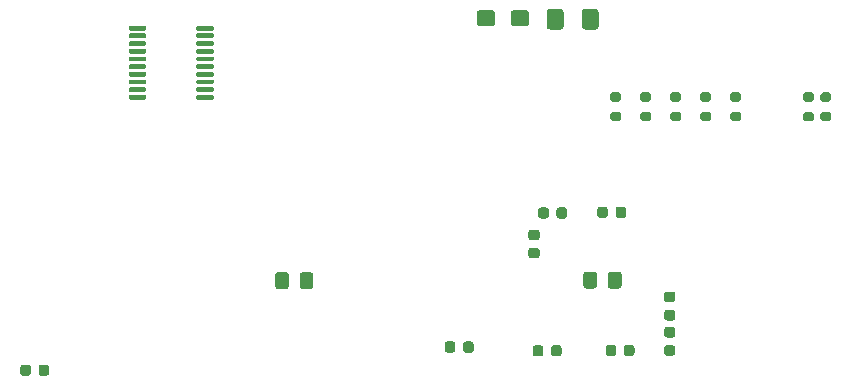
<source format=gbp>
G04 #@! TF.GenerationSoftware,KiCad,Pcbnew,9.0.1+1*
G04 #@! TF.CreationDate,2025-12-04T05:02:15+00:00*
G04 #@! TF.ProjectId,RIDE,52494445-2e6b-4696-9361-645f70636258,rev?*
G04 #@! TF.SameCoordinates,Original*
G04 #@! TF.FileFunction,Paste,Bot*
G04 #@! TF.FilePolarity,Positive*
%FSLAX46Y46*%
G04 Gerber Fmt 4.6, Leading zero omitted, Abs format (unit mm)*
G04 Created by KiCad (PCBNEW 9.0.1+1) date 2025-12-04 05:02:15*
%MOMM*%
%LPD*%
G01*
G04 APERTURE LIST*
G04 APERTURE END LIST*
G36*
G01*
X63771405Y29337800D02*
X64321405Y29337800D01*
G75*
G02*
X64521405Y29137800I0J-200000D01*
G01*
X64521405Y28737800D01*
G75*
G02*
X64321405Y28537800I-200000J0D01*
G01*
X63771405Y28537800D01*
G75*
G02*
X63571405Y28737800I0J200000D01*
G01*
X63571405Y29137800D01*
G75*
G02*
X63771405Y29337800I200000J0D01*
G01*
G37*
G36*
G01*
X63771405Y27687800D02*
X64321405Y27687800D01*
G75*
G02*
X64521405Y27487800I0J-200000D01*
G01*
X64521405Y27087800D01*
G75*
G02*
X64321405Y26887800I-200000J0D01*
G01*
X63771405Y26887800D01*
G75*
G02*
X63571405Y27087800I0J200000D01*
G01*
X63571405Y27487800D01*
G75*
G02*
X63771405Y27687800I200000J0D01*
G01*
G37*
G36*
G01*
X6014000Y5566600D02*
X6014000Y6066600D01*
G75*
G02*
X6239000Y6291600I225000J0D01*
G01*
X6689000Y6291600D01*
G75*
G02*
X6914000Y6066600I0J-225000D01*
G01*
X6914000Y5566600D01*
G75*
G02*
X6689000Y5341600I-225000J0D01*
G01*
X6239000Y5341600D01*
G75*
G02*
X6014000Y5566600I0J225000D01*
G01*
G37*
G36*
G01*
X7564000Y5566600D02*
X7564000Y6066600D01*
G75*
G02*
X7789000Y6291600I225000J0D01*
G01*
X8239000Y6291600D01*
G75*
G02*
X8464000Y6066600I0J-225000D01*
G01*
X8464000Y5566600D01*
G75*
G02*
X8239000Y5341600I-225000J0D01*
G01*
X7789000Y5341600D01*
G75*
G02*
X7564000Y5566600I0J225000D01*
G01*
G37*
G36*
G01*
X44405000Y8022400D02*
X44405000Y7522400D01*
G75*
G02*
X44180000Y7297400I-225000J0D01*
G01*
X43730000Y7297400D01*
G75*
G02*
X43505000Y7522400I0J225000D01*
G01*
X43505000Y8022400D01*
G75*
G02*
X43730000Y8247400I225000J0D01*
G01*
X44180000Y8247400D01*
G75*
G02*
X44405000Y8022400I0J-225000D01*
G01*
G37*
G36*
G01*
X42855000Y8022400D02*
X42855000Y7522400D01*
G75*
G02*
X42630000Y7297400I-225000J0D01*
G01*
X42180000Y7297400D01*
G75*
G02*
X41955000Y7522400I0J225000D01*
G01*
X41955000Y8022400D01*
G75*
G02*
X42180000Y8247400I225000J0D01*
G01*
X42630000Y8247400D01*
G75*
G02*
X42855000Y8022400I0J-225000D01*
G01*
G37*
G36*
G01*
X49395398Y7211203D02*
X49395398Y7711203D01*
G75*
G02*
X49620398Y7936203I225000J0D01*
G01*
X50070398Y7936203D01*
G75*
G02*
X50295398Y7711203I0J-225000D01*
G01*
X50295398Y7211203D01*
G75*
G02*
X50070398Y6986203I-225000J0D01*
G01*
X49620398Y6986203D01*
G75*
G02*
X49395398Y7211203I0J225000D01*
G01*
G37*
G36*
G01*
X50945398Y7211203D02*
X50945398Y7711203D01*
G75*
G02*
X51170398Y7936203I225000J0D01*
G01*
X51620398Y7936203D01*
G75*
G02*
X51845398Y7711203I0J-225000D01*
G01*
X51845398Y7211203D01*
G75*
G02*
X51620398Y6986203I-225000J0D01*
G01*
X51170398Y6986203D01*
G75*
G02*
X50945398Y7211203I0J225000D01*
G01*
G37*
G36*
G01*
X58691405Y29337800D02*
X59241405Y29337800D01*
G75*
G02*
X59441405Y29137800I0J-200000D01*
G01*
X59441405Y28737800D01*
G75*
G02*
X59241405Y28537800I-200000J0D01*
G01*
X58691405Y28537800D01*
G75*
G02*
X58491405Y28737800I0J200000D01*
G01*
X58491405Y29137800D01*
G75*
G02*
X58691405Y29337800I200000J0D01*
G01*
G37*
G36*
G01*
X58691405Y27687800D02*
X59241405Y27687800D01*
G75*
G02*
X59441405Y27487800I0J-200000D01*
G01*
X59441405Y27087800D01*
G75*
G02*
X59241405Y26887800I-200000J0D01*
G01*
X58691405Y26887800D01*
G75*
G02*
X58491405Y27087800I0J200000D01*
G01*
X58491405Y27487800D01*
G75*
G02*
X58691405Y27687800I200000J0D01*
G01*
G37*
G36*
G01*
X49096300Y36035800D02*
X49096300Y35185800D01*
G75*
G02*
X48846300Y34935800I-250000J0D01*
G01*
X47771300Y34935800D01*
G75*
G02*
X47521300Y35185800I0J250000D01*
G01*
X47521300Y36035800D01*
G75*
G02*
X47771300Y36285800I250000J0D01*
G01*
X48846300Y36285800D01*
G75*
G02*
X49096300Y36035800I0J-250000D01*
G01*
G37*
G36*
G01*
X46221300Y36035800D02*
X46221300Y35185800D01*
G75*
G02*
X45971300Y34935800I-250000J0D01*
G01*
X44896300Y34935800D01*
G75*
G02*
X44646300Y35185800I0J250000D01*
G01*
X44646300Y36035800D01*
G75*
G02*
X44896300Y36285800I250000J0D01*
G01*
X45971300Y36285800D01*
G75*
G02*
X46221300Y36035800I0J-250000D01*
G01*
G37*
G36*
G01*
X27583004Y12921503D02*
X27583004Y13871503D01*
G75*
G02*
X27833004Y14121503I250000J0D01*
G01*
X28508004Y14121503D01*
G75*
G02*
X28758004Y13871503I0J-250000D01*
G01*
X28758004Y12921503D01*
G75*
G02*
X28508004Y12671503I-250000J0D01*
G01*
X27833004Y12671503D01*
G75*
G02*
X27583004Y12921503I0J250000D01*
G01*
G37*
G36*
G01*
X29658004Y12921503D02*
X29658004Y13871503D01*
G75*
G02*
X29908004Y14121503I250000J0D01*
G01*
X30583004Y14121503D01*
G75*
G02*
X30833004Y13871503I0J-250000D01*
G01*
X30833004Y12921503D01*
G75*
G02*
X30583004Y12671503I-250000J0D01*
G01*
X29908004Y12671503D01*
G75*
G02*
X29658004Y12921503I0J250000D01*
G01*
G37*
G36*
G01*
X54861998Y18929403D02*
X54861998Y19429403D01*
G75*
G02*
X55086998Y19654403I225000J0D01*
G01*
X55536998Y19654403D01*
G75*
G02*
X55761998Y19429403I0J-225000D01*
G01*
X55761998Y18929403D01*
G75*
G02*
X55536998Y18704403I-225000J0D01*
G01*
X55086998Y18704403D01*
G75*
G02*
X54861998Y18929403I0J225000D01*
G01*
G37*
G36*
G01*
X56411998Y18929403D02*
X56411998Y19429403D01*
G75*
G02*
X56636998Y19654403I225000J0D01*
G01*
X57086998Y19654403D01*
G75*
G02*
X57311998Y19429403I0J-225000D01*
G01*
X57311998Y18929403D01*
G75*
G02*
X57086998Y18704403I-225000J0D01*
G01*
X56636998Y18704403D01*
G75*
G02*
X56411998Y18929403I0J225000D01*
G01*
G37*
G36*
G01*
X56151405Y29337800D02*
X56701405Y29337800D01*
G75*
G02*
X56901405Y29137800I0J-200000D01*
G01*
X56901405Y28737800D01*
G75*
G02*
X56701405Y28537800I-200000J0D01*
G01*
X56151405Y28537800D01*
G75*
G02*
X55951405Y28737800I0J200000D01*
G01*
X55951405Y29137800D01*
G75*
G02*
X56151405Y29337800I200000J0D01*
G01*
G37*
G36*
G01*
X56151405Y27687800D02*
X56701405Y27687800D01*
G75*
G02*
X56901405Y27487800I0J-200000D01*
G01*
X56901405Y27087800D01*
G75*
G02*
X56701405Y26887800I-200000J0D01*
G01*
X56151405Y26887800D01*
G75*
G02*
X55951405Y27087800I0J200000D01*
G01*
X55951405Y27487800D01*
G75*
G02*
X56151405Y27687800I200000J0D01*
G01*
G37*
G36*
G01*
X61246010Y10018810D02*
X60746010Y10018810D01*
G75*
G02*
X60521010Y10243810I0J225000D01*
G01*
X60521010Y10693810D01*
G75*
G02*
X60746010Y10918810I225000J0D01*
G01*
X61246010Y10918810D01*
G75*
G02*
X61471010Y10693810I0J-225000D01*
G01*
X61471010Y10243810D01*
G75*
G02*
X61246010Y10018810I-225000J0D01*
G01*
G37*
G36*
G01*
X61246010Y11568810D02*
X60746010Y11568810D01*
G75*
G02*
X60521010Y11793810I0J225000D01*
G01*
X60521010Y12243810D01*
G75*
G02*
X60746010Y12468810I225000J0D01*
G01*
X61246010Y12468810D01*
G75*
G02*
X61471010Y12243810I0J-225000D01*
G01*
X61471010Y11793810D01*
G75*
G02*
X61246010Y11568810I-225000J0D01*
G01*
G37*
G36*
G01*
X73943800Y29337800D02*
X74493800Y29337800D01*
G75*
G02*
X74693800Y29137800I0J-200000D01*
G01*
X74693800Y28737800D01*
G75*
G02*
X74493800Y28537800I-200000J0D01*
G01*
X73943800Y28537800D01*
G75*
G02*
X73743800Y28737800I0J200000D01*
G01*
X73743800Y29137800D01*
G75*
G02*
X73943800Y29337800I200000J0D01*
G01*
G37*
G36*
G01*
X73943800Y27687800D02*
X74493800Y27687800D01*
G75*
G02*
X74693800Y27487800I0J-200000D01*
G01*
X74693800Y27087800D01*
G75*
G02*
X74493800Y26887800I-200000J0D01*
G01*
X73943800Y26887800D01*
G75*
G02*
X73743800Y27087800I0J200000D01*
G01*
X73743800Y27487800D01*
G75*
G02*
X73943800Y27687800I200000J0D01*
G01*
G37*
G36*
G01*
X61231405Y29337800D02*
X61781405Y29337800D01*
G75*
G02*
X61981405Y29137800I0J-200000D01*
G01*
X61981405Y28737800D01*
G75*
G02*
X61781405Y28537800I-200000J0D01*
G01*
X61231405Y28537800D01*
G75*
G02*
X61031405Y28737800I0J200000D01*
G01*
X61031405Y29137800D01*
G75*
G02*
X61231405Y29337800I200000J0D01*
G01*
G37*
G36*
G01*
X61231405Y27687800D02*
X61781405Y27687800D01*
G75*
G02*
X61981405Y27487800I0J-200000D01*
G01*
X61981405Y27087800D01*
G75*
G02*
X61781405Y26887800I-200000J0D01*
G01*
X61231405Y26887800D01*
G75*
G02*
X61031405Y27087800I0J200000D01*
G01*
X61031405Y27487800D01*
G75*
G02*
X61231405Y27687800I200000J0D01*
G01*
G37*
G36*
G01*
X54981200Y36159599D02*
X54981200Y34909601D01*
G75*
G02*
X54731199Y34659600I-250001J0D01*
G01*
X53806201Y34659600D01*
G75*
G02*
X53556200Y34909601I0J250001D01*
G01*
X53556200Y36159599D01*
G75*
G02*
X53806201Y36409600I250001J0D01*
G01*
X54731199Y36409600D01*
G75*
G02*
X54981200Y36159599I0J-250001D01*
G01*
G37*
G36*
G01*
X52006200Y36159599D02*
X52006200Y34909601D01*
G75*
G02*
X51756199Y34659600I-250001J0D01*
G01*
X50831201Y34659600D01*
G75*
G02*
X50581200Y34909601I0J250001D01*
G01*
X50581200Y36159599D01*
G75*
G02*
X50831201Y36409600I250001J0D01*
G01*
X51756199Y36409600D01*
G75*
G02*
X52006200Y36159599I0J-250001D01*
G01*
G37*
G36*
G01*
X66311405Y29337800D02*
X66861405Y29337800D01*
G75*
G02*
X67061405Y29137800I0J-200000D01*
G01*
X67061405Y28737800D01*
G75*
G02*
X66861405Y28537800I-200000J0D01*
G01*
X66311405Y28537800D01*
G75*
G02*
X66111405Y28737800I0J200000D01*
G01*
X66111405Y29137800D01*
G75*
G02*
X66311405Y29337800I200000J0D01*
G01*
G37*
G36*
G01*
X66311405Y27687800D02*
X66861405Y27687800D01*
G75*
G02*
X67061405Y27487800I0J-200000D01*
G01*
X67061405Y27087800D01*
G75*
G02*
X66861405Y26887800I-200000J0D01*
G01*
X66311405Y26887800D01*
G75*
G02*
X66111405Y27087800I0J200000D01*
G01*
X66111405Y27487800D01*
G75*
G02*
X66311405Y27687800I200000J0D01*
G01*
G37*
G36*
G01*
X49861998Y18878603D02*
X49861998Y19378603D01*
G75*
G02*
X50086998Y19603603I225000J0D01*
G01*
X50536998Y19603603D01*
G75*
G02*
X50761998Y19378603I0J-225000D01*
G01*
X50761998Y18878603D01*
G75*
G02*
X50536998Y18653603I-225000J0D01*
G01*
X50086998Y18653603D01*
G75*
G02*
X49861998Y18878603I0J225000D01*
G01*
G37*
G36*
G01*
X51411998Y18878603D02*
X51411998Y19378603D01*
G75*
G02*
X51636998Y19603603I225000J0D01*
G01*
X52086998Y19603603D01*
G75*
G02*
X52311998Y19378603I0J-225000D01*
G01*
X52311998Y18878603D01*
G75*
G02*
X52086998Y18653603I-225000J0D01*
G01*
X51636998Y18653603D01*
G75*
G02*
X51411998Y18878603I0J225000D01*
G01*
G37*
G36*
G01*
X61246410Y7034010D02*
X60746410Y7034010D01*
G75*
G02*
X60521410Y7259010I0J225000D01*
G01*
X60521410Y7709010D01*
G75*
G02*
X60746410Y7934010I225000J0D01*
G01*
X61246410Y7934010D01*
G75*
G02*
X61471410Y7709010I0J-225000D01*
G01*
X61471410Y7259010D01*
G75*
G02*
X61246410Y7034010I-225000J0D01*
G01*
G37*
G36*
G01*
X61246410Y8584010D02*
X60746410Y8584010D01*
G75*
G02*
X60521410Y8809010I0J225000D01*
G01*
X60521410Y9259010D01*
G75*
G02*
X60746410Y9484010I225000J0D01*
G01*
X61246410Y9484010D01*
G75*
G02*
X61471410Y9259010I0J-225000D01*
G01*
X61471410Y8809010D01*
G75*
G02*
X61246410Y8584010I-225000J0D01*
G01*
G37*
G36*
G01*
X53674600Y12972303D02*
X53674600Y13922303D01*
G75*
G02*
X53924600Y14172303I250000J0D01*
G01*
X54599600Y14172303D01*
G75*
G02*
X54849600Y13922303I0J-250000D01*
G01*
X54849600Y12972303D01*
G75*
G02*
X54599600Y12722303I-250000J0D01*
G01*
X53924600Y12722303D01*
G75*
G02*
X53674600Y12972303I0J250000D01*
G01*
G37*
G36*
G01*
X55749600Y12972303D02*
X55749600Y13922303D01*
G75*
G02*
X55999600Y14172303I250000J0D01*
G01*
X56674600Y14172303D01*
G75*
G02*
X56924600Y13922303I0J-250000D01*
G01*
X56924600Y12972303D01*
G75*
G02*
X56674600Y12722303I-250000J0D01*
G01*
X55999600Y12722303D01*
G75*
G02*
X55749600Y12972303I0J250000D01*
G01*
G37*
G36*
G01*
X49252798Y17725900D02*
X49752798Y17725900D01*
G75*
G02*
X49977798Y17500900I0J-225000D01*
G01*
X49977798Y17050900D01*
G75*
G02*
X49752798Y16825900I-225000J0D01*
G01*
X49252798Y16825900D01*
G75*
G02*
X49027798Y17050900I0J225000D01*
G01*
X49027798Y17500900D01*
G75*
G02*
X49252798Y17725900I225000J0D01*
G01*
G37*
G36*
G01*
X49252798Y16175900D02*
X49752798Y16175900D01*
G75*
G02*
X49977798Y15950900I0J-225000D01*
G01*
X49977798Y15500900D01*
G75*
G02*
X49752798Y15275900I-225000J0D01*
G01*
X49252798Y15275900D01*
G75*
G02*
X49027798Y15500900I0J225000D01*
G01*
X49027798Y15950900D01*
G75*
G02*
X49252798Y16175900I225000J0D01*
G01*
G37*
G36*
G01*
X22392801Y34876604D02*
X22392801Y34676604D01*
G75*
G02*
X22292801Y34576604I-100000J0D01*
G01*
X21017801Y34576604D01*
G75*
G02*
X20917801Y34676604I0J100000D01*
G01*
X20917801Y34876604D01*
G75*
G02*
X21017801Y34976604I100000J0D01*
G01*
X22292801Y34976604D01*
G75*
G02*
X22392801Y34876604I0J-100000D01*
G01*
G37*
G36*
G01*
X22392801Y34226604D02*
X22392801Y34026604D01*
G75*
G02*
X22292801Y33926604I-100000J0D01*
G01*
X21017801Y33926604D01*
G75*
G02*
X20917801Y34026604I0J100000D01*
G01*
X20917801Y34226604D01*
G75*
G02*
X21017801Y34326604I100000J0D01*
G01*
X22292801Y34326604D01*
G75*
G02*
X22392801Y34226604I0J-100000D01*
G01*
G37*
G36*
G01*
X22392801Y33576604D02*
X22392801Y33376604D01*
G75*
G02*
X22292801Y33276604I-100000J0D01*
G01*
X21017801Y33276604D01*
G75*
G02*
X20917801Y33376604I0J100000D01*
G01*
X20917801Y33576604D01*
G75*
G02*
X21017801Y33676604I100000J0D01*
G01*
X22292801Y33676604D01*
G75*
G02*
X22392801Y33576604I0J-100000D01*
G01*
G37*
G36*
G01*
X22392801Y32926604D02*
X22392801Y32726604D01*
G75*
G02*
X22292801Y32626604I-100000J0D01*
G01*
X21017801Y32626604D01*
G75*
G02*
X20917801Y32726604I0J100000D01*
G01*
X20917801Y32926604D01*
G75*
G02*
X21017801Y33026604I100000J0D01*
G01*
X22292801Y33026604D01*
G75*
G02*
X22392801Y32926604I0J-100000D01*
G01*
G37*
G36*
G01*
X22392801Y32276604D02*
X22392801Y32076604D01*
G75*
G02*
X22292801Y31976604I-100000J0D01*
G01*
X21017801Y31976604D01*
G75*
G02*
X20917801Y32076604I0J100000D01*
G01*
X20917801Y32276604D01*
G75*
G02*
X21017801Y32376604I100000J0D01*
G01*
X22292801Y32376604D01*
G75*
G02*
X22392801Y32276604I0J-100000D01*
G01*
G37*
G36*
G01*
X22392801Y31626604D02*
X22392801Y31426604D01*
G75*
G02*
X22292801Y31326604I-100000J0D01*
G01*
X21017801Y31326604D01*
G75*
G02*
X20917801Y31426604I0J100000D01*
G01*
X20917801Y31626604D01*
G75*
G02*
X21017801Y31726604I100000J0D01*
G01*
X22292801Y31726604D01*
G75*
G02*
X22392801Y31626604I0J-100000D01*
G01*
G37*
G36*
G01*
X22392801Y30976604D02*
X22392801Y30776604D01*
G75*
G02*
X22292801Y30676604I-100000J0D01*
G01*
X21017801Y30676604D01*
G75*
G02*
X20917801Y30776604I0J100000D01*
G01*
X20917801Y30976604D01*
G75*
G02*
X21017801Y31076604I100000J0D01*
G01*
X22292801Y31076604D01*
G75*
G02*
X22392801Y30976604I0J-100000D01*
G01*
G37*
G36*
G01*
X22392801Y30326604D02*
X22392801Y30126604D01*
G75*
G02*
X22292801Y30026604I-100000J0D01*
G01*
X21017801Y30026604D01*
G75*
G02*
X20917801Y30126604I0J100000D01*
G01*
X20917801Y30326604D01*
G75*
G02*
X21017801Y30426604I100000J0D01*
G01*
X22292801Y30426604D01*
G75*
G02*
X22392801Y30326604I0J-100000D01*
G01*
G37*
G36*
G01*
X22392801Y29676604D02*
X22392801Y29476604D01*
G75*
G02*
X22292801Y29376604I-100000J0D01*
G01*
X21017801Y29376604D01*
G75*
G02*
X20917801Y29476604I0J100000D01*
G01*
X20917801Y29676604D01*
G75*
G02*
X21017801Y29776604I100000J0D01*
G01*
X22292801Y29776604D01*
G75*
G02*
X22392801Y29676604I0J-100000D01*
G01*
G37*
G36*
G01*
X22392801Y29026604D02*
X22392801Y28826604D01*
G75*
G02*
X22292801Y28726604I-100000J0D01*
G01*
X21017801Y28726604D01*
G75*
G02*
X20917801Y28826604I0J100000D01*
G01*
X20917801Y29026604D01*
G75*
G02*
X21017801Y29126604I100000J0D01*
G01*
X22292801Y29126604D01*
G75*
G02*
X22392801Y29026604I0J-100000D01*
G01*
G37*
G36*
G01*
X16667801Y29026604D02*
X16667801Y28826604D01*
G75*
G02*
X16567801Y28726604I-100000J0D01*
G01*
X15292801Y28726604D01*
G75*
G02*
X15192801Y28826604I0J100000D01*
G01*
X15192801Y29026604D01*
G75*
G02*
X15292801Y29126604I100000J0D01*
G01*
X16567801Y29126604D01*
G75*
G02*
X16667801Y29026604I0J-100000D01*
G01*
G37*
G36*
G01*
X16667801Y29676604D02*
X16667801Y29476604D01*
G75*
G02*
X16567801Y29376604I-100000J0D01*
G01*
X15292801Y29376604D01*
G75*
G02*
X15192801Y29476604I0J100000D01*
G01*
X15192801Y29676604D01*
G75*
G02*
X15292801Y29776604I100000J0D01*
G01*
X16567801Y29776604D01*
G75*
G02*
X16667801Y29676604I0J-100000D01*
G01*
G37*
G36*
G01*
X16667801Y30326604D02*
X16667801Y30126604D01*
G75*
G02*
X16567801Y30026604I-100000J0D01*
G01*
X15292801Y30026604D01*
G75*
G02*
X15192801Y30126604I0J100000D01*
G01*
X15192801Y30326604D01*
G75*
G02*
X15292801Y30426604I100000J0D01*
G01*
X16567801Y30426604D01*
G75*
G02*
X16667801Y30326604I0J-100000D01*
G01*
G37*
G36*
G01*
X16667801Y30976604D02*
X16667801Y30776604D01*
G75*
G02*
X16567801Y30676604I-100000J0D01*
G01*
X15292801Y30676604D01*
G75*
G02*
X15192801Y30776604I0J100000D01*
G01*
X15192801Y30976604D01*
G75*
G02*
X15292801Y31076604I100000J0D01*
G01*
X16567801Y31076604D01*
G75*
G02*
X16667801Y30976604I0J-100000D01*
G01*
G37*
G36*
G01*
X16667801Y31626604D02*
X16667801Y31426604D01*
G75*
G02*
X16567801Y31326604I-100000J0D01*
G01*
X15292801Y31326604D01*
G75*
G02*
X15192801Y31426604I0J100000D01*
G01*
X15192801Y31626604D01*
G75*
G02*
X15292801Y31726604I100000J0D01*
G01*
X16567801Y31726604D01*
G75*
G02*
X16667801Y31626604I0J-100000D01*
G01*
G37*
G36*
G01*
X16667801Y32276604D02*
X16667801Y32076604D01*
G75*
G02*
X16567801Y31976604I-100000J0D01*
G01*
X15292801Y31976604D01*
G75*
G02*
X15192801Y32076604I0J100000D01*
G01*
X15192801Y32276604D01*
G75*
G02*
X15292801Y32376604I100000J0D01*
G01*
X16567801Y32376604D01*
G75*
G02*
X16667801Y32276604I0J-100000D01*
G01*
G37*
G36*
G01*
X16667801Y32926604D02*
X16667801Y32726604D01*
G75*
G02*
X16567801Y32626604I-100000J0D01*
G01*
X15292801Y32626604D01*
G75*
G02*
X15192801Y32726604I0J100000D01*
G01*
X15192801Y32926604D01*
G75*
G02*
X15292801Y33026604I100000J0D01*
G01*
X16567801Y33026604D01*
G75*
G02*
X16667801Y32926604I0J-100000D01*
G01*
G37*
G36*
G01*
X16667801Y33576604D02*
X16667801Y33376604D01*
G75*
G02*
X16567801Y33276604I-100000J0D01*
G01*
X15292801Y33276604D01*
G75*
G02*
X15192801Y33376604I0J100000D01*
G01*
X15192801Y33576604D01*
G75*
G02*
X15292801Y33676604I100000J0D01*
G01*
X16567801Y33676604D01*
G75*
G02*
X16667801Y33576604I0J-100000D01*
G01*
G37*
G36*
G01*
X16667801Y34226604D02*
X16667801Y34026604D01*
G75*
G02*
X16567801Y33926604I-100000J0D01*
G01*
X15292801Y33926604D01*
G75*
G02*
X15192801Y34026604I0J100000D01*
G01*
X15192801Y34226604D01*
G75*
G02*
X15292801Y34326604I100000J0D01*
G01*
X16567801Y34326604D01*
G75*
G02*
X16667801Y34226604I0J-100000D01*
G01*
G37*
G36*
G01*
X16667801Y34876604D02*
X16667801Y34676604D01*
G75*
G02*
X16567801Y34576604I-100000J0D01*
G01*
X15292801Y34576604D01*
G75*
G02*
X15192801Y34676604I0J100000D01*
G01*
X15192801Y34876604D01*
G75*
G02*
X15292801Y34976604I100000J0D01*
G01*
X16567801Y34976604D01*
G75*
G02*
X16667801Y34876604I0J-100000D01*
G01*
G37*
G36*
G01*
X55567598Y7236603D02*
X55567598Y7736603D01*
G75*
G02*
X55792598Y7961603I225000J0D01*
G01*
X56242598Y7961603D01*
G75*
G02*
X56467598Y7736603I0J-225000D01*
G01*
X56467598Y7236603D01*
G75*
G02*
X56242598Y7011603I-225000J0D01*
G01*
X55792598Y7011603D01*
G75*
G02*
X55567598Y7236603I0J225000D01*
G01*
G37*
G36*
G01*
X57117598Y7236603D02*
X57117598Y7736603D01*
G75*
G02*
X57342598Y7961603I225000J0D01*
G01*
X57792598Y7961603D01*
G75*
G02*
X58017598Y7736603I0J-225000D01*
G01*
X58017598Y7236603D01*
G75*
G02*
X57792598Y7011603I-225000J0D01*
G01*
X57342598Y7011603D01*
G75*
G02*
X57117598Y7236603I0J225000D01*
G01*
G37*
G36*
G01*
X72470600Y29337800D02*
X73020600Y29337800D01*
G75*
G02*
X73220600Y29137800I0J-200000D01*
G01*
X73220600Y28737800D01*
G75*
G02*
X73020600Y28537800I-200000J0D01*
G01*
X72470600Y28537800D01*
G75*
G02*
X72270600Y28737800I0J200000D01*
G01*
X72270600Y29137800D01*
G75*
G02*
X72470600Y29337800I200000J0D01*
G01*
G37*
G36*
G01*
X72470600Y27687800D02*
X73020600Y27687800D01*
G75*
G02*
X73220600Y27487800I0J-200000D01*
G01*
X73220600Y27087800D01*
G75*
G02*
X73020600Y26887800I-200000J0D01*
G01*
X72470600Y26887800D01*
G75*
G02*
X72270600Y27087800I0J200000D01*
G01*
X72270600Y27487800D01*
G75*
G02*
X72470600Y27687800I200000J0D01*
G01*
G37*
M02*

</source>
